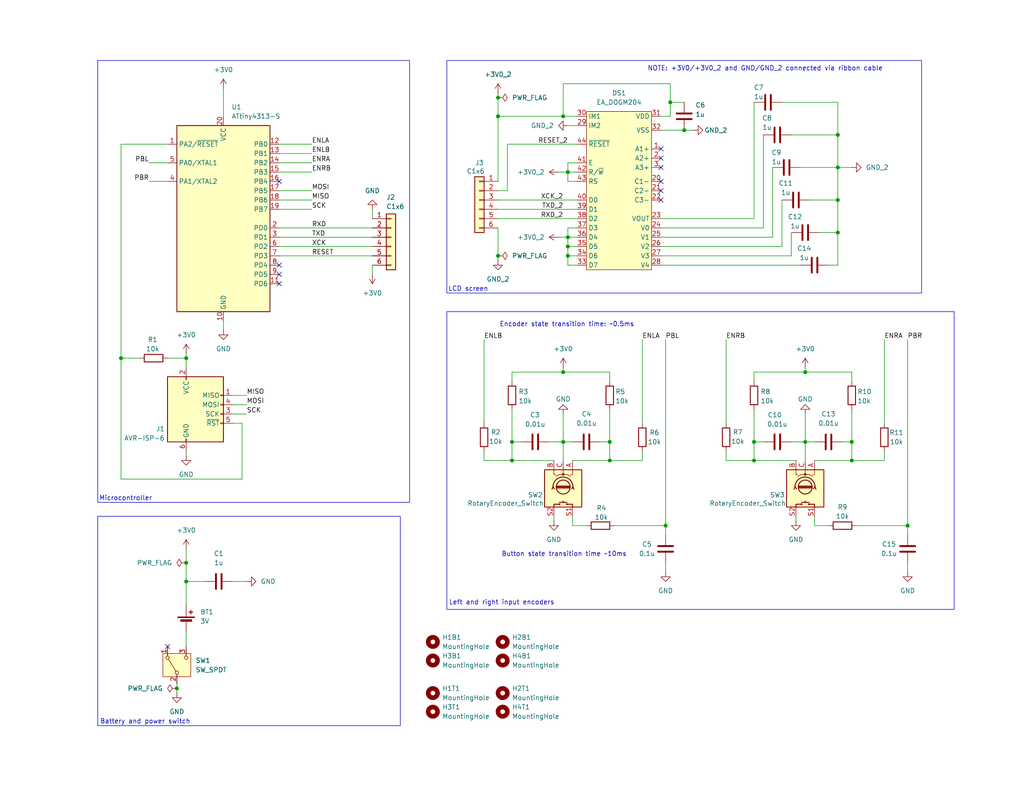
<source format=kicad_sch>
(kicad_sch (version 20231120) (generator "eeschema") (generator_version "8.0")
  (paper "USLetter")
  (title_block (title "TTRPG-9000") (date "2024-05-07") (rev "v1.1") (company "Ghost Wrench, LLC"))
  (lib_symbols
    (symbol "Connector:AVR-ISP-6" (pin_names (offset 1.016))
      (property "Reference" "J" (at -6.35 11.43 0))
      (property "Value" "AVR-ISP-6" (at 0 11.43 0))
      (symbol "AVR-ISP-6_0_1"
        (rectangle (start -2.667 -6.858) (end -2.413 -7.62))
        (rectangle (start -2.667 10.16) (end -2.413 9.398))
        (rectangle (start 7.62 -2.413) (end 6.858 -2.667))
        (rectangle (start 7.62 0.127) (end 6.858 -0.127))
        (rectangle (start 7.62 2.667) (end 6.858 2.413))
        (rectangle (start 7.62 5.207) (end 6.858 4.953))
        (rectangle (start 7.62 10.16) (end -7.62 -7.62) (stroke (width 0.254)) (fill (type background)))
      )
      (symbol "AVR-ISP-6_1_1"
        (pin passive line (at 10.16 5.08 180) (length 2.54) (name "MISO") (number "1"))
        (pin passive line (at -2.54 12.7 270) (length 2.54) (name "VCC") (number "2"))
        (pin passive line (at 10.16 0 180) (length 2.54) (name "SCK") (number "3"))
        (pin passive line (at 10.16 2.54 180) (length 2.54) (name "MOSI") (number "4"))
        (pin passive line (at 10.16 -2.54 180) (length 2.54) (name "~{RST}") (number "5"))
        (pin passive line (at -2.54 -10.16 90) (length 2.54) (name "GND") (number "6"))
      )
    )
    (symbol "Connector_Generic:Conn_01x06" (pin_names (offset 1.016) hide)
      (property "Reference" "J" (at 0 7.62 0))
      (property "Value" "Conn_01x06" (at 0 -10.16 0))
      (symbol "Conn_01x06_1_1"
        (rectangle (start -1.27 -7.493) (end 0 -7.747) (stroke (width 0.1524)))
        (rectangle (start -1.27 -4.953) (end 0 -5.207) (stroke (width 0.1524)))
        (rectangle (start -1.27 -2.413) (end 0 -2.667) (stroke (width 0.1524)))
        (rectangle (start -1.27 0.127) (end 0 -0.127) (stroke (width 0.1524)))
        (rectangle (start -1.27 2.667) (end 0 2.413) (stroke (width 0.1524)))
        (rectangle (start -1.27 5.207) (end 0 4.953) (stroke (width 0.1524)))
        (rectangle (start -1.27 6.35) (end 1.27 -8.89) (stroke (width 0.254)) (fill (type background)))
        (pin passive line (at -5.08 5.08 0) (length 3.81) (name "Pin_1") (number "1"))
        (pin passive line (at -5.08 2.54 0) (length 3.81) (name "Pin_2") (number "2"))
        (pin passive line (at -5.08 0 0) (length 3.81) (name "Pin_3") (number "3"))
        (pin passive line (at -5.08 -2.54 0) (length 3.81) (name "Pin_4") (number "4"))
        (pin passive line (at -5.08 -5.08 0) (length 3.81) (name "Pin_5") (number "5"))
        (pin passive line (at -5.08 -7.62 0) (length 3.81) (name "Pin_6") (number "6"))
      )
    )
    (symbol "Device:Battery_Cell" (pin_numbers hide) (pin_names (offset 0) hide)
      (property "Reference" "BT" (at 2.54 2.54 0))
      (property "Value" "Battery_Cell" (at 2.54 0 0))
      (symbol "Battery_Cell_0_1"
        (rectangle (start -2.286 1.778) (end 2.286 1.524) (fill (type outline)))
        (rectangle (start -1.524 1.016) (end 1.524 0.508) (fill (type outline)))
        (polyline (pts (xy 0 0.762) (xy 0 0)))
        (polyline (pts (xy 0 1.778) (xy 0 2.54)))
        (polyline (pts (xy 0.762 3.048) (xy 1.778 3.048)) (stroke (width 0.254)))
        (polyline (pts (xy 1.27 3.556) (xy 1.27 2.54)) (stroke (width 0.254)))
      )
      (symbol "Battery_Cell_1_1"
        (pin passive line (at 0 5.08 270) (length 2.54) (name "+") (number "1"))
        (pin passive line (at 0 -2.54 90) (length 2.54) (name "-") (number "2"))
      )
    )
    (symbol "Device:C" (pin_numbers hide) (pin_names (offset 0.254))
      (property "Reference" "C" (at 0.635 2.54 0))
      (property "Value" "C" (at 0.635 -2.54 0))
      (symbol "C_0_1"
        (polyline (pts (xy -2.032 -0.762) (xy 2.032 -0.762)) (stroke (width 0.508)))
        (polyline (pts (xy -2.032 0.762) (xy 2.032 0.762)) (stroke (width 0.508)))
      )
      (symbol "C_1_1"
        (pin passive line (at 0 3.81 270) (length 2.794) (name "~") (number "1"))
        (pin passive line (at 0 -3.81 90) (length 2.794) (name "~") (number "2"))
      )
    )
    (symbol "Device:R" (pin_numbers hide) (pin_names (offset 0))
      (property "Reference" "R" (at 2.032 0 90))
      (property "Value" "R" (at 0 0 90))
      (symbol "R_0_1"
        (rectangle (start -1.016 -2.54) (end 1.016 2.54) (stroke (width 0.254)))
      )
      (symbol "R_1_1"
        (pin passive line (at 0 3.81 270) (length 1.27) (name "~") (number "1"))
        (pin passive line (at 0 -3.81 90) (length 1.27) (name "~") (number "2"))
      )
    )
    (symbol "Device:RotaryEncoder_Switch" (pin_names (offset 0.254) hide)
      (property "Reference" "SW" (at 0 6.604 0))
      (property "Value" "RotaryEncoder_Switch" (at 0 -6.604 0))
      (symbol "RotaryEncoder_Switch_0_1"
        (rectangle (start -5.08 5.08) (end 5.08 -5.08) (stroke (width 0.254)) (fill (type background)))
        (circle (center -3.81 0) (radius 0.254) (fill (type outline)))
        (circle (center -0.381 0) (radius 1.905) (stroke (width 0.254)))
        (arc (start -0.381 2.667) (mid -3.0988 -0.0635) (end -0.381 -2.794) (stroke (width 0.254)))
        (polyline (pts (xy -0.635 -1.778) (xy -0.635 1.778)) (stroke (width 0.254)))
        (polyline (pts (xy -0.381 -1.778) (xy -0.381 1.778)) (stroke (width 0.254)))
        (polyline (pts (xy -0.127 1.778) (xy -0.127 -1.778)) (stroke (width 0.254)))
        (polyline (pts (xy 3.81 0) (xy 3.429 0)) (stroke (width 0.254)))
        (polyline (pts (xy 3.81 1.016) (xy 3.81 -1.016)) (stroke (width 0.254)))
        (polyline (pts (xy -5.08 -2.54) (xy -3.81 -2.54) (xy -3.81 -2.032)))
        (polyline (pts (xy -5.08 2.54) (xy -3.81 2.54) (xy -3.81 2.032)))
        (polyline (pts (xy 0.254 -3.048) (xy -0.508 -2.794) (xy 0.127 -2.413)) (stroke (width 0.254)))
        (polyline (pts (xy 0.254 2.921) (xy -0.508 2.667) (xy 0.127 2.286)) (stroke (width 0.254)))
        (polyline (pts (xy 5.08 -2.54) (xy 4.318 -2.54) (xy 4.318 -1.016)) (stroke (width 0.254)))
        (polyline (pts (xy 5.08 2.54) (xy 4.318 2.54) (xy 4.318 1.016)) (stroke (width 0.254)))
        (polyline (pts (xy -5.08 0) (xy -3.81 0) (xy -3.81 -1.016) (xy -3.302 -2.032)))
        (polyline (pts (xy -4.318 0) (xy -3.81 0) (xy -3.81 1.016) (xy -3.302 2.032)))
        (circle (center 4.318 -1.016) (radius 0.127) (stroke (width 0.254)))
        (circle (center 4.318 1.016) (radius 0.127) (stroke (width 0.254)))
      )
      (symbol "RotaryEncoder_Switch_1_1"
        (pin passive line (at -7.62 2.54 0) (length 2.54) (name "A") (number "A"))
        (pin passive line (at -7.62 -2.54 0) (length 2.54) (name "B") (number "B"))
        (pin passive line (at -7.62 0 0) (length 2.54) (name "C") (number "C"))
        (pin passive line (at 7.62 2.54 180) (length 2.54) (name "S1") (number "S1"))
        (pin passive line (at 7.62 -2.54 180) (length 2.54) (name "S2") (number "S2"))
      )
    )
    (symbol "MCU_Microchip_ATtiny:ATtiny4313-S"
      (property "Reference" "U" (at -12.7 26.67 0))
      (property "Value" "ATtiny4313-S" (at 2.54 -26.67 0))
      (symbol "ATtiny4313-S_0_1"
        (rectangle (start -12.7 -25.4) (end 12.7 25.4) (stroke (width 0.254)) (fill (type background)))
      )
      (symbol "ATtiny4313-S_1_1"
        (pin bidirectional line (at -15.24 20.32 0) (length 2.54) (name "PA2/~{RESET}") (number "1"))
        (pin power_in line (at 0 -27.94 90) (length 2.54) (name "GND") (number "10"))
        (pin bidirectional line (at 15.24 -17.78 180) (length 2.54) (name "PD6") (number "11"))
        (pin bidirectional line (at 15.24 20.32 180) (length 2.54) (name "PB0") (number "12"))
        (pin bidirectional line (at 15.24 17.78 180) (length 2.54) (name "PB1") (number "13"))
        (pin bidirectional line (at 15.24 15.24 180) (length 2.54) (name "PB2") (number "14"))
        (pin bidirectional line (at 15.24 12.7 180) (length 2.54) (name "PB3") (number "15"))
        (pin bidirectional line (at 15.24 10.16 180) (length 2.54) (name "PB4") (number "16"))
        (pin bidirectional line (at 15.24 7.62 180) (length 2.54) (name "PB5") (number "17"))
        (pin bidirectional line (at 15.24 5.08 180) (length 2.54) (name "PB6") (number "18"))
        (pin bidirectional line (at 15.24 2.54 180) (length 2.54) (name "PB7") (number "19"))
        (pin bidirectional line (at 15.24 -2.54 180) (length 2.54) (name "PD0") (number "2"))
        (pin power_in line (at 0 27.94 270) (length 2.54) (name "VCC") (number "20"))
        (pin bidirectional line (at 15.24 -5.08 180) (length 2.54) (name "PD1") (number "3"))
        (pin bidirectional line (at -15.24 10.16 0) (length 2.54) (name "PA1/XTAL2") (number "4"))
        (pin bidirectional line (at -15.24 15.24 0) (length 2.54) (name "PA0/XTAL1") (number "5"))
        (pin bidirectional line (at 15.24 -7.62 180) (length 2.54) (name "PD2") (number "6"))
        (pin bidirectional line (at 15.24 -10.16 180) (length 2.54) (name "PD3") (number "7"))
        (pin bidirectional line (at 15.24 -12.7 180) (length 2.54) (name "PD4") (number "8"))
        (pin bidirectional line (at 15.24 -15.24 180) (length 2.54) (name "PD5") (number "9"))
      )
    )
    (symbol "Mechanical:MountingHole" (pin_names (offset 1.016)) (exclude_from_sim yes) (in_bom no)
      (property "Reference" "H" (at 0 5.08 0))
      (property "Value" "MountingHole" (at 0 3.175 0))
      (symbol "MountingHole_0_1"
        (circle (center 0 0) (radius 1.27) (stroke (width 1.27)))
      )
    )
    (symbol "Project:EA_DOGM204"
      (property "Reference" "DS" (at 0 24.892 0))
      (property "Value" "EA_DOGM204" (at 0.254 23.114 0))
      (symbol "EA_DOGM204_1_1"
        (rectangle (start -8.89 21.59) (end 8.89 -21.59) (fill (type background)))
        (pin passive line (at 11.43 11.43 180) (length 2.54) (name "A1+") (number "1"))
        (pin passive line (at 11.43 8.89 180) (length 2.54) (name "A2+") (number "2"))
        (pin passive line (at 11.43 2.54 180) (length 2.54) (name "C1-") (number "20"))
        (pin passive line (at 11.43 0 180) (length 2.54) (name "C2-") (number "21"))
        (pin passive line (at 11.43 -2.54 180) (length 2.54) (name "C3-") (number "22"))
        (pin passive line (at 11.43 -7.62 180) (length 2.54) (name "VOUT") (number "23"))
        (pin passive line (at 11.43 -10.16 180) (length 2.54) (name "V0") (number "24"))
        (pin passive line (at 11.43 -12.7 180) (length 2.54) (name "V1") (number "25"))
        (pin passive line (at 11.43 -15.24 180) (length 2.54) (name "V2") (number "26"))
        (pin passive line (at 11.43 -17.78 180) (length 2.54) (name "V3") (number "27"))
        (pin passive line (at 11.43 -20.32 180) (length 2.54) (name "V4") (number "28"))
        (pin input line (at -11.43 17.78 0) (length 2.54) (name "IM2") (number "29"))
        (pin passive line (at 11.43 6.35 180) (length 2.54) (name "A3+") (number "3"))
        (pin input line (at -11.43 20.32 0) (length 2.54) (name "IM1") (number "30"))
        (pin power_in line (at 11.43 20.32 180) (length 2.54) (name "VDD") (number "31"))
        (pin power_in line (at 11.43 16.51 180) (length 2.54) (name "VSS") (number "32"))
        (pin input line (at -11.43 -20.32 0) (length 2.54) (name "D7") (number "33"))
        (pin input line (at -11.43 -17.78 0) (length 2.54) (name "D6") (number "34"))
        (pin input line (at -11.43 -15.24 0) (length 2.54) (name "D5") (number "35"))
        (pin input line (at -11.43 -12.7 0) (length 2.54) (name "D4") (number "36"))
        (pin input line (at -11.43 -10.16 0) (length 2.54) (name "D3") (number "37"))
        (pin input line (at -11.43 -7.62 0) (length 2.54) (name "D2") (number "38"))
        (pin input line (at -11.43 -5.08 0) (length 2.54) (name "D1") (number "39"))
        (pin input line (at -11.43 -2.54 0) (length 2.54) (name "D0") (number "40"))
        (pin input line (at -11.43 7.62 0) (length 2.54) (name "E") (number "41"))
        (pin input line (at -11.43 5.08 0) (length 2.54) (name "R/~{W}") (number "42"))
        (pin input line (at -11.43 2.54 0) (length 2.54) (name "RS") (number "43"))
        (pin input line (at -11.43 12.7 0) (length 2.54) (name "~{RESET}") (number "44"))
      )
    )
    (symbol "Switch:SW_SPDT" (pin_names (offset 0) hide)
      (property "Reference" "SW" (at 0 5.08 0))
      (property "Value" "SW_SPDT" (at 0 -5.08 0))
      (symbol "SW_SPDT_0_1"
        (circle (center -2.032 0) (radius 0.4572))
        (polyline (pts (xy -1.651 0.254) (xy 1.651 2.286)))
        (circle (center 2.032 -2.54) (radius 0.4572))
        (circle (center 2.032 2.54) (radius 0.4572))
      )
      (symbol "SW_SPDT_1_1"
        (rectangle (start -3.175 3.81) (end 3.175 -3.81) (fill (type background)))
        (pin passive line (at 5.08 2.54 180) (length 2.54) (name "A") (number "1"))
        (pin passive line (at -5.08 0 0) (length 2.54) (name "B") (number "2"))
        (pin passive line (at 5.08 -2.54 180) (length 2.54) (name "C") (number "3"))
      )
    )
    (symbol "power:+3V0" (power) (pin_numbers hide) (pin_names (offset 0) hide)
      (property "Value" "+3V0" (at 0 3.556 0))
      (symbol "+3V0_0_1"
        (polyline (pts (xy -0.762 1.27) (xy 0 2.54)))
        (polyline (pts (xy 0 0) (xy 0 2.54)))
        (polyline (pts (xy 0 2.54) (xy 0.762 1.27)))
      )
      (symbol "+3V0_1_1"
        (pin power_in line (at 0 0 90) (length 0) (name "~") (number "1"))
      )
    )
    (symbol "power:GND" (power) (pin_numbers hide) (pin_names (offset 0) hide)
      (property "Value" "GND" (at 0 -3.81 0))
      (symbol "GND_0_1"
        (polyline (pts (xy 0 0) (xy 0 -1.27) (xy 1.27 -1.27) (xy 0 -2.54) (xy -1.27 -1.27) (xy 0 -1.27)))
      )
      (symbol "GND_1_1"
        (pin power_in line (at 0 0 270) (length 0) (name "~") (number "1"))
      )
    )
    (symbol "power:GND2" (power) (pin_numbers hide) (pin_names (offset 0) hide)
      (property "Value" "GND2" (at 0 -3.81 0))
      (symbol "GND2_0_1"
        (polyline (pts (xy 0 0) (xy 0 -1.27) (xy 1.27 -1.27) (xy 0 -2.54) (xy -1.27 -1.27) (xy 0 -1.27)))
      )
      (symbol "GND2_1_1"
        (pin power_in line (at 0 0 270) (length 0) (name "~") (number "1"))
      )
    )
    (symbol "power:PWR_FLAG" (power) (pin_numbers hide) (pin_names (offset 0) hide)
      (property "Value" "PWR_FLAG" (at 0 3.81 0))
      (symbol "PWR_FLAG_0_0"
        (pin power_out line (at 0 0 90) (length 0) (name "~") (number "1"))
      )
      (symbol "PWR_FLAG_0_1"
        (polyline (pts (xy 0 0) (xy 0 1.27) (xy -1.016 1.905) (xy 0 2.54) (xy 1.016 1.905) (xy 0 1.27)))
      )
    )
  )
  (junction (at 166.37 120.65))
  (junction (at 219.71 101.6))
  (junction (at 154.94 69.85))
  (junction (at 219.71 120.65))
  (junction (at 166.37 125.73))
  (junction (at 182.88 27.94))
  (junction (at 135.89 31.75))
  (junction (at 50.8 97.79))
  (junction (at 135.89 26.67))
  (junction (at 232.41 120.65))
  (junction (at 50.8 153.67))
  (junction (at 205.74 125.73))
  (junction (at 154.94 64.77))
  (junction (at 135.89 69.85))
  (junction (at 154.94 67.31))
  (junction (at 228.6 63.5))
  (junction (at 247.65 143.51))
  (junction (at 153.67 120.65))
  (junction (at 228.6 45.72))
  (junction (at 50.8 158.75))
  (junction (at 33.02 97.79))
  (junction (at 232.41 125.73))
  (junction (at 228.6 36.83))
  (junction (at 153.67 31.75))
  (junction (at 186.69 35.56))
  (junction (at 205.74 120.65))
  (junction (at 139.7 120.65))
  (junction (at 154.94 46.99))
  (junction (at 181.61 143.51))
  (junction (at 139.7 125.73))
  (junction (at 153.67 101.6))
  (junction (at 228.6 54.61))
  (junction (at 48.26 187.96))
  (no_connect (at 76.2 77.47))
  (no_connect (at 76.2 49.53))
  (no_connect (at 180.34 54.61))
  (no_connect (at 180.34 45.72))
  (no_connect (at 76.2 72.39))
  (no_connect (at 180.34 40.64))
  (no_connect (at 180.34 52.07))
  (no_connect (at 45.72 176.53))
  (no_connect (at 180.34 49.53))
  (no_connect (at 180.34 43.18))
  (no_connect (at 76.2 74.93))
  (wire (pts (xy 219.71 120.65) (xy 219.71 125.73)))
  (wire (pts (xy 222.25 143.51) (xy 226.06 143.51)))
  (wire (pts (xy 208.28 62.23) (xy 208.28 36.83)))
  (wire (pts (xy 153.67 120.65) (xy 153.67 125.73)))
  (wire (pts (xy 154.94 44.45) (xy 154.94 46.99)))
  (wire (pts (xy 139.7 125.73) (xy 151.13 125.73)))
  (wire (pts (xy 180.34 31.75) (xy 182.88 31.75)))
  (wire (pts (xy 247.65 153.67) (xy 247.65 156.21)))
  (wire (pts (xy 149.86 120.65) (xy 153.67 120.65)))
  (wire (pts (xy 135.89 62.23) (xy 135.89 69.85)))
  (wire (pts (xy 157.48 64.77) (xy 154.94 64.77)))
  (wire (pts (xy 219.71 120.65) (xy 222.25 120.65)))
  (wire (pts (xy 132.08 125.73) (xy 139.7 125.73)))
  (wire (pts (xy 66.04 115.57) (xy 66.04 130.81)))
  (wire (pts (xy 157.48 67.31) (xy 154.94 67.31)))
  (wire (pts (xy 135.89 52.07) (xy 138.43 52.07)))
  (wire (pts (xy 154.94 46.99) (xy 154.94 49.53)))
  (wire (pts (xy 213.36 67.31) (xy 213.36 54.61)))
  (wire (pts (xy 154.94 67.31) (xy 154.94 69.85)))
  (wire (pts (xy 205.74 120.65) (xy 205.74 125.73)))
  (wire (pts (xy 228.6 45.72) (xy 228.6 54.61)))
  (wire (pts (xy 219.71 113.03) (xy 219.71 120.65)))
  (wire (pts (xy 181.61 153.67) (xy 181.61 156.21)))
  (wire (pts (xy 182.88 27.94) (xy 186.69 27.94)))
  (wire (pts (xy 228.6 27.94) (xy 228.6 36.83)))
  (wire (pts (xy 180.34 67.31) (xy 213.36 67.31)))
  (wire (pts (xy 153.67 22.86) (xy 182.88 22.86)))
  (wire (pts (xy 166.37 120.65) (xy 166.37 125.73)))
  (wire (pts (xy 76.2 64.77) (xy 101.6 64.77)))
  (wire (pts (xy 48.26 186.69) (xy 48.26 187.96)))
  (wire (pts (xy 50.8 158.75) (xy 55.88 158.75)))
  (wire (pts (xy 135.89 69.85) (xy 135.89 71.12)))
  (wire (pts (xy 67.31 113.03) (xy 63.5 113.03)))
  (wire (pts (xy 166.37 101.6) (xy 166.37 104.14)))
  (wire (pts (xy 76.2 69.85) (xy 101.6 69.85)))
  (wire (pts (xy 50.8 172.72) (xy 50.8 176.53)))
  (wire (pts (xy 139.7 104.14) (xy 139.7 101.6)))
  (wire (pts (xy 76.2 41.91) (xy 85.09 41.91)))
  (wire (pts (xy 181.61 143.51) (xy 181.61 146.05)))
  (wire (pts (xy 63.5 107.95) (xy 67.31 107.95)))
  (wire (pts (xy 40.64 49.53) (xy 45.72 49.53)))
  (wire (pts (xy 76.2 67.31) (xy 101.6 67.31)))
  (wire (pts (xy 226.06 72.39) (xy 228.6 72.39)))
  (wire (pts (xy 219.71 101.6) (xy 232.41 101.6)))
  (wire (pts (xy 189.23 35.56) (xy 186.69 35.56)))
  (wire (pts (xy 180.34 35.56) (xy 186.69 35.56)))
  (wire (pts (xy 157.48 44.45) (xy 154.94 44.45)))
  (wire (pts (xy 228.6 36.83) (xy 228.6 45.72)))
  (wire (pts (xy 66.04 115.57) (xy 63.5 115.57)))
  (wire (pts (xy 151.13 142.24) (xy 151.13 140.97)))
  (wire (pts (xy 205.74 104.14) (xy 205.74 101.6)))
  (wire (pts (xy 198.12 123.19) (xy 198.12 125.73)))
  (wire (pts (xy 229.87 120.65) (xy 232.41 120.65)))
  (wire (pts (xy 198.12 125.73) (xy 205.74 125.73)))
  (wire (pts (xy 76.2 52.07) (xy 85.09 52.07)))
  (wire (pts (xy 63.5 110.49) (xy 67.31 110.49)))
  (wire (pts (xy 101.6 72.39) (xy 101.6 74.93)))
  (wire (pts (xy 154.94 64.77) (xy 154.94 67.31)))
  (wire (pts (xy 135.89 57.15) (xy 157.48 57.15)))
  (wire (pts (xy 135.89 31.75) (xy 135.89 49.53)))
  (wire (pts (xy 153.67 100.33) (xy 153.67 101.6)))
  (wire (pts (xy 233.68 143.51) (xy 247.65 143.51)))
  (wire (pts (xy 228.6 72.39) (xy 228.6 63.5)))
  (wire (pts (xy 153.67 101.6) (xy 166.37 101.6)))
  (wire (pts (xy 50.8 153.67) (xy 50.8 158.75)))
  (wire (pts (xy 218.44 45.72) (xy 228.6 45.72)))
  (wire (pts (xy 198.12 92.71) (xy 198.12 115.57)))
  (wire (pts (xy 205.74 59.69) (xy 180.34 59.69)))
  (wire (pts (xy 156.21 143.51) (xy 160.02 143.51)))
  (wire (pts (xy 135.89 54.61) (xy 157.48 54.61)))
  (wire (pts (xy 232.41 111.76) (xy 232.41 120.65)))
  (wire (pts (xy 166.37 111.76) (xy 166.37 120.65)))
  (wire (pts (xy 247.65 143.51) (xy 247.65 146.05)))
  (wire (pts (xy 228.6 45.72) (xy 232.41 45.72)))
  (wire (pts (xy 205.74 101.6) (xy 219.71 101.6)))
  (wire (pts (xy 152.4 46.99) (xy 154.94 46.99)))
  (wire (pts (xy 222.25 125.73) (xy 232.41 125.73)))
  (wire (pts (xy 135.89 26.67) (xy 135.89 31.75)))
  (wire (pts (xy 157.48 69.85) (xy 154.94 69.85)))
  (wire (pts (xy 153.67 31.75) (xy 157.48 31.75)))
  (wire (pts (xy 139.7 120.65) (xy 142.24 120.65)))
  (wire (pts (xy 205.74 120.65) (xy 208.28 120.65)))
  (wire (pts (xy 138.43 52.07) (xy 138.43 39.37)))
  (wire (pts (xy 219.71 100.33) (xy 219.71 101.6)))
  (wire (pts (xy 48.26 187.96) (xy 48.26 189.23)))
  (wire (pts (xy 66.04 130.81) (xy 33.02 130.81)))
  (wire (pts (xy 156.21 125.73) (xy 166.37 125.73)))
  (wire (pts (xy 50.8 97.79) (xy 50.8 100.33)))
  (wire (pts (xy 40.64 44.45) (xy 45.72 44.45)))
  (wire (pts (xy 223.52 63.5) (xy 228.6 63.5)))
  (wire (pts (xy 210.82 64.77) (xy 210.82 45.72)))
  (wire (pts (xy 241.3 123.19) (xy 241.3 125.73)))
  (wire (pts (xy 180.34 72.39) (xy 218.44 72.39)))
  (wire (pts (xy 50.8 123.19) (xy 50.8 124.46)))
  (wire (pts (xy 76.2 54.61) (xy 85.09 54.61)))
  (wire (pts (xy 180.34 62.23) (xy 208.28 62.23)))
  (wire (pts (xy 60.96 87.63) (xy 60.96 90.17)))
  (wire (pts (xy 205.74 111.76) (xy 205.74 120.65)))
  (wire (pts (xy 45.72 97.79) (xy 50.8 97.79)))
  (wire (pts (xy 60.96 24.13) (xy 60.96 31.75)))
  (wire (pts (xy 213.36 27.94) (xy 228.6 27.94)))
  (wire (pts (xy 167.64 143.51) (xy 181.61 143.51)))
  (wire (pts (xy 76.2 57.15) (xy 85.09 57.15)))
  (wire (pts (xy 132.08 123.19) (xy 132.08 125.73)))
  (wire (pts (xy 38.1 97.79) (xy 33.02 97.79)))
  (wire (pts (xy 153.67 120.65) (xy 156.21 120.65)))
  (wire (pts (xy 63.5 158.75) (xy 67.31 158.75)))
  (wire (pts (xy 138.43 39.37) (xy 157.48 39.37)))
  (wire (pts (xy 232.41 120.65) (xy 232.41 125.73)))
  (wire (pts (xy 241.3 92.71) (xy 241.3 115.57)))
  (wire (pts (xy 156.21 140.97) (xy 156.21 143.51)))
  (wire (pts (xy 222.25 140.97) (xy 222.25 143.51)))
  (wire (pts (xy 33.02 130.81) (xy 33.02 97.79)))
  (wire (pts (xy 217.17 142.24) (xy 217.17 140.97)))
  (wire (pts (xy 50.8 149.86) (xy 50.8 153.67)))
  (wire (pts (xy 180.34 64.77) (xy 210.82 64.77)))
  (wire (pts (xy 154.94 34.29) (xy 157.48 34.29)))
  (wire (pts (xy 135.89 59.69) (xy 157.48 59.69)))
  (wire (pts (xy 175.26 123.19) (xy 175.26 125.73)))
  (wire (pts (xy 205.74 125.73) (xy 217.17 125.73)))
  (wire (pts (xy 50.8 158.75) (xy 50.8 165.1)))
  (wire (pts (xy 153.67 113.03) (xy 153.67 120.65)))
  (wire (pts (xy 33.02 39.37) (xy 45.72 39.37)))
  (wire (pts (xy 157.48 72.39) (xy 154.94 72.39)))
  (wire (pts (xy 153.67 31.75) (xy 153.67 22.86)))
  (wire (pts (xy 152.4 64.77) (xy 154.94 64.77)))
  (wire (pts (xy 33.02 97.79) (xy 33.02 39.37)))
  (wire (pts (xy 139.7 120.65) (xy 139.7 125.73)))
  (wire (pts (xy 154.94 62.23) (xy 154.94 64.77)))
  (wire (pts (xy 182.88 31.75) (xy 182.88 27.94)))
  (wire (pts (xy 157.48 62.23) (xy 154.94 62.23)))
  (wire (pts (xy 101.6 57.15) (xy 101.6 59.69)))
  (wire (pts (xy 247.65 92.71) (xy 247.65 143.51)))
  (wire (pts (xy 135.89 25.4) (xy 135.89 26.67)))
  (wire (pts (xy 76.2 44.45) (xy 85.09 44.45)))
  (wire (pts (xy 205.74 27.94) (xy 205.74 59.69)))
  (wire (pts (xy 139.7 111.76) (xy 139.7 120.65)))
  (wire (pts (xy 132.08 92.71) (xy 132.08 115.57)))
  (wire (pts (xy 50.8 96.52) (xy 50.8 97.79)))
  (wire (pts (xy 135.89 31.75) (xy 153.67 31.75)))
  (wire (pts (xy 175.26 125.73) (xy 166.37 125.73)))
  (wire (pts (xy 76.2 62.23) (xy 101.6 62.23)))
  (wire (pts (xy 182.88 22.86) (xy 182.88 27.94)))
  (wire (pts (xy 175.26 92.71) (xy 175.26 115.57)))
  (wire (pts (xy 180.34 69.85) (xy 215.9 69.85)))
  (wire (pts (xy 181.61 92.71) (xy 181.61 143.51)))
  (wire (pts (xy 139.7 101.6) (xy 153.67 101.6)))
  (wire (pts (xy 220.98 54.61) (xy 228.6 54.61)))
  (wire (pts (xy 76.2 39.37) (xy 85.09 39.37)))
  (wire (pts (xy 215.9 69.85) (xy 215.9 63.5)))
  (wire (pts (xy 215.9 36.83) (xy 228.6 36.83)))
  (wire (pts (xy 76.2 46.99) (xy 85.09 46.99)))
  (wire (pts (xy 232.41 101.6) (xy 232.41 104.14)))
  (wire (pts (xy 154.94 69.85) (xy 154.94 72.39)))
  (wire (pts (xy 163.83 120.65) (xy 166.37 120.65)))
  (wire (pts (xy 215.9 120.65) (xy 219.71 120.65)))
  (wire (pts (xy 154.94 49.53) (xy 157.48 49.53)))
  (wire (pts (xy 241.3 125.73) (xy 232.41 125.73)))
  (wire (pts (xy 228.6 63.5) (xy 228.6 54.61)))
  (wire (pts (xy 154.94 46.99) (xy 157.48 46.99)))
  (rectangle (start 121.92 16.51) (end 251.46 80.01))
  (rectangle (start 26.67 16.51) (end 111.76 137.16))
  (rectangle (start 121.92 85.09) (end 260.35 166.37))
  (rectangle (start 26.67 140.97) (end 109.22 198.12))
  (text "Left and right input encoders" (at 136.906 164.592 0) (effects (font (size 1.27 1.27))))
  (text "Microcontroller" (at 34.29 136.144 0) (effects (font (size 1.27 1.27))))
  (text "NOTE: +3V0/+3V0_2 and GND/GND_2 connected via ribbon cable" (at 208.788 18.796 0) (effects (font (size 1.27 1.27))))
  (text "Battery and power switch" (at 39.624 197.104 0) (effects (font (size 1.27 1.27))))
  (text "LCD screen" (at 127.762 78.994 0) (effects (font (size 1.27 1.27))))
  (text "Encoder state transition time: ~0.5ms" (at 154.686 88.646 0) (effects (font (size 1.27 1.27))))
  (text "Button state transition time ~10ms" (at 153.924 151.384 0) (effects (font (size 1.27 1.27))))
  (label "ENLB" (at 132.08 92.71 0))
  (label "ENLA" (at 85.09 39.37 0))
  (label "PBR" (at 40.64 49.53 180))
  (label "MISO" (at 67.31 107.95 0))
  (label "RXD" (at 85.09 62.23 0))
  (label "MOSI" (at 67.31 110.49 0))
  (label "ENLB" (at 85.09 41.91 0))
  (label "PBR" (at 247.65 92.71 0))
  (label "ENRB" (at 85.09 46.99 0))
  (label "PBL" (at 40.64 44.45 180))
  (label "RESET" (at 85.09 69.85 0))
  (label "TXD_2" (at 153.67 57.15 180))
  (label "ENRA" (at 85.09 44.45 0))
  (label "SCK" (at 85.09 57.15 0))
  (label "RESET_2" (at 154.94 39.37 180))
  (label "ENLA" (at 175.26 92.71 0))
  (label "XCK" (at 85.09 67.31 0))
  (label "SCK" (at 67.31 113.03 0))
  (label "XCK_2" (at 153.67 54.61 180))
  (label "ENRB" (at 198.12 92.71 0))
  (label "MISO" (at 85.09 54.61 0))
  (label "PBL" (at 181.61 92.71 0))
  (label "ENRA" (at 241.3 92.71 0))
  (label "MOSI" (at 85.09 52.07 0))
  (label "RXD_2" (at 153.67 59.69 180))
  (label "TXD" (at 85.09 64.77 0))
  (symbol (lib_id "power:GND") (at 153.67 113.03 180) (unit 1)
    (property "Reference" "#PWR017" (effects (hide yes)))
    (property "Value" "GND" (at 153.67 108.966 0))
    (property "Description" "Power symbol creates a global label with name \"GND\" , ground" (effects (hide yes)))
  )
  (symbol (lib_id "power:+3V0") (at 101.6 74.93 180) (unit 1)
    (property "Reference" "#PWR09" (effects (hide yes)))
    (property "Value" "+3V0" (at 101.6 80.01 0))
    (property "Description" "Power symbol creates a global label with name \"+3V0\"" (effects (hide yes)))
  )
  (symbol (lib_id "power:GND") (at 232.41 45.72 90) (unit 1)
    (property "Reference" "#PWR016" (effects (hide yes)))
    (property "Value" "GND_2" (at 236.22 45.7199 90) (effects (justify right)))
    (property "Description" "Power symbol creates a global label with name \"GND\" , ground" (effects (hide yes)))
  )
  (symbol (lib_id "Device:RotaryEncoder_Switch") (at 219.71 133.35 270) (unit 1)
    (property "Reference" "SW3" (at 210.058 135.128 90) (effects (justify left)))
    (property "Value" "RotaryEncoder_Switch" (at 193.548 137.414 90) (effects (justify left)))
    (property "Footprint" "Project:PEC12R-4xxxF-Nxxxx" (effects (hide yes)))
    (property "Description" "Rotary encoder, dual channel, incremental quadrate outputs, with switch" (effects (hide yes)))
  )
  (symbol (lib_id "Device:R") (at 139.7 107.95 180) (unit 1)
    (property "Reference" "R3" (at 141.478 106.934 0) (effects (justify right)))
    (property "Value" "10k" (at 141.478 109.474 0) (effects (justify right)))
    (property "Footprint" "Resistor_SMD:R_0805_2012Metric_Pad1.20x1.40mm_HandSolder" (effects (hide yes)))
    (property "Description" "Resistor" (effects (hide yes)))
  )
  (symbol (lib_id "Device:R") (at 175.26 119.38 180) (unit 1)
    (property "Reference" "R6" (at 178.562 118.11 0))
    (property "Value" "10k" (at 178.562 120.65 0))
    (property "Footprint" "Resistor_SMD:R_0805_2012Metric_Pad1.20x1.40mm_HandSolder" (effects (hide yes)))
    (property "Description" "Resistor" (effects (hide yes)))
  )
  (symbol (lib_id "power:+3V0") (at 60.96 24.13 0) (unit 1)
    (property "Reference" "#PWR06" (effects (hide yes)))
    (property "Value" "+3V0" (at 60.96 19.05 0))
    (property "Description" "Power symbol creates a global label with name \"+3V0\"" (effects (hide yes)))
  )
  (symbol (lib_id "power:PWR_FLAG") (at 48.26 187.96 90) (unit 1)
    (property "Reference" "#FLG02" (effects (hide yes)))
    (property "Value" "PWR_FLAG" (at 44.45 187.9599 90) (effects (justify left)))
    (property "Description" "Special symbol for telling ERC where power comes from" (effects (hide yes)))
  )
  (symbol (lib_id "Mechanical:MountingHole") (at 118.11 194.31 0) (unit 1) (exclude_from_sim yes) (in_bom no)
    (property "Reference" "H3T1" (at 120.65 193.0399 0) (effects (justify left)))
    (property "Value" "MountingHole" (at 120.65 195.5799 0) (effects (justify left)))
    (property "Footprint" "MountingHole:MountingHole_3.2mm_M3_DIN965_Pad_TopBottom" (effects (hide yes)))
    (property "Description" "Mounting Hole without connection" (effects (hide yes)))
  )
  (symbol (lib_id "Mechanical:MountingHole") (at 137.16 180.34 0) (unit 1) (exclude_from_sim yes) (in_bom no)
    (property "Reference" "H4B1" (at 139.7 179.0699 0) (effects (justify left)))
    (property "Value" "MountingHole" (at 139.7 181.6099 0) (effects (justify left)))
    (property "Footprint" "MountingHole:MountingHole_3.2mm_M3_DIN965_Pad_TopBottom" (effects (hide yes)))
    (property "Description" "Mounting Hole without connection" (effects (hide yes)))
  )
  (symbol (lib_id "Device:R") (at 205.74 107.95 180) (unit 1)
    (property "Reference" "R8" (at 207.518 106.934 0) (effects (justify right)))
    (property "Value" "10k" (at 207.518 109.474 0) (effects (justify right)))
    (property "Footprint" "Resistor_SMD:R_0805_2012Metric_Pad1.20x1.40mm_HandSolder" (effects (hide yes)))
    (property "Description" "Resistor" (effects (hide yes)))
  )
  (symbol (lib_id "Device:C") (at 222.25 72.39 90) (unit 1)
    (property "Reference" "C14" (at 219.456 67.818 90))
    (property "Value" "1u" (at 219.456 70.358 90))
    (property "Footprint" "Resistor_SMD:R_1206_3216Metric_Pad1.30x1.75mm_HandSolder" (effects (hide yes)))
    (property "Description" "Unpolarized capacitor" (effects (hide yes)))
  )
  (symbol (lib_id "Mechanical:MountingHole") (at 118.11 175.26 0) (unit 1) (exclude_from_sim yes) (in_bom no)
    (property "Reference" "H1B1" (at 120.65 173.9899 0) (effects (justify left)))
    (property "Value" "MountingHole" (at 120.65 176.5299 0) (effects (justify left)))
    (property "Footprint" "MountingHole:MountingHole_3.2mm_M3_DIN965_Pad_TopBottom" (effects (hide yes)))
    (property "Description" "Mounting Hole without connection" (effects (hide yes)))
  )
  (symbol (lib_id "Device:C") (at 217.17 54.61 90) (unit 1)
    (property "Reference" "C11" (at 214.376 50.038 90))
    (property "Value" "1u" (at 214.376 52.578 90))
    (property "Footprint" "Resistor_SMD:R_1206_3216Metric_Pad1.30x1.75mm_HandSolder" (effects (hide yes)))
    (property "Description" "Unpolarized capacitor" (effects (hide yes)))
  )
  (symbol (lib_id "Device:C") (at 146.05 120.65 90) (unit 1)
    (property "Reference" "C3" (at 147.32 113.284 90) (effects (justify left)))
    (property "Value" "0.01u" (at 148.844 115.824 90) (effects (justify left)))
    (property "Footprint" "Resistor_SMD:R_1206_3216Metric_Pad1.30x1.75mm_HandSolder" (effects (hide yes)))
    (property "Description" "Unpolarized capacitor" (effects (hide yes)))
  )
  (symbol (lib_id "Device:C") (at 209.55 27.94 90) (unit 1)
    (property "Reference" "C7" (at 207.01 23.876 90))
    (property "Value" "1u" (at 207.01 26.416 90))
    (property "Footprint" "Resistor_SMD:R_1206_3216Metric_Pad1.30x1.75mm_HandSolder" (effects (hide yes)))
    (property "Description" "Unpolarized capacitor" (effects (hide yes)))
  )
  (symbol (lib_id "power:+3V0") (at 152.4 64.77 90) (unit 1)
    (property "Reference" "#PWR015" (effects (hide yes)))
    (property "Value" "+3V0_2" (at 148.59 64.7699 90) (effects (justify left)))
    (property "Description" "Power symbol creates a global label with name \"+3V0\"" (effects (hide yes)))
  )
  (symbol (lib_id "Mechanical:MountingHole") (at 137.16 194.31 0) (unit 1) (exclude_from_sim yes) (in_bom no)
    (property "Reference" "H4T1" (at 139.7 193.0399 0) (effects (justify left)))
    (property "Value" "MountingHole" (at 139.7 195.5799 0) (effects (justify left)))
    (property "Footprint" "MountingHole:MountingHole_3.2mm_M3_DIN965_Pad_TopBottom" (effects (hide yes)))
    (property "Description" "Mounting Hole without connection" (effects (hide yes)))
  )
  (symbol (lib_id "power:GND") (at 219.71 113.03 180) (unit 1)
    (property "Reference" "#PWR025" (effects (hide yes)))
    (property "Value" "GND" (at 219.71 108.966 0))
    (property "Description" "Power symbol creates a global label with name \"GND\" , ground" (effects (hide yes)))
  )
  (symbol (lib_id "Mechanical:MountingHole") (at 137.16 175.26 0) (unit 1) (exclude_from_sim yes) (in_bom no)
    (property "Reference" "H2B1" (at 139.7 173.9899 0) (effects (justify left)))
    (property "Value" "MountingHole" (at 139.7 176.5299 0) (effects (justify left)))
    (property "Footprint" "MountingHole:MountingHole_3.2mm_M3_DIN965_Pad_TopBottom" (effects (hide yes)))
    (property "Description" "Mounting Hole without connection" (effects (hide yes)))
  )
  (symbol (lib_id "Device:C") (at 247.65 149.86 0) (unit 1)
    (property "Reference" "C15" (at 242.57 148.59 0))
    (property "Value" "0.1u" (at 242.57 151.13 0))
    (property "Footprint" "Resistor_SMD:R_1206_3216Metric_Pad1.30x1.75mm_HandSolder" (effects (hide yes)))
    (property "Description" "Unpolarized capacitor" (effects (hide yes)))
  )
  (symbol (lib_id "Mechanical:MountingHole") (at 137.16 189.23 0) (unit 1) (exclude_from_sim yes) (in_bom no)
    (property "Reference" "H2T1" (at 139.7 187.9599 0) (effects (justify left)))
    (property "Value" "MountingHole" (at 139.7 190.4999 0) (effects (justify left)))
    (property "Footprint" "MountingHole:MountingHole_3.2mm_M3_DIN965_Pad_TopBottom" (effects (hide yes)))
    (property "Description" "Mounting Hole without connection" (effects (hide yes)))
  )
  (symbol (lib_id "Switch:SW_SPDT") (at 48.26 181.61 90) (unit 1)
    (property "Reference" "SW1" (at 53.34 180.3399 90) (effects (justify right)))
    (property "Value" "SW_SPDT" (at 53.34 182.8799 90) (effects (justify right)))
    (property "Footprint" "Project:OS102011MA1Q" (effects (hide yes)))
    (property "Description" "Switch, single pole double throw" (effects (hide yes)))
  )
  (symbol (lib_id "power:GND") (at 151.13 142.24 0) (unit 1)
    (property "Reference" "#PWR013" (effects (hide yes)))
    (property "Value" "GND" (at 151.13 147.32 0))
    (property "Description" "Power symbol creates a global label with name \"GND\" , ground" (effects (hide yes)))
  )
  (symbol (lib_id "power:GND") (at 217.17 142.24 0) (unit 1)
    (property "Reference" "#PWR023" (effects (hide yes)))
    (property "Value" "GND" (at 217.17 147.32 0))
    (property "Description" "Power symbol creates a global label with name \"GND\" , ground" (effects (hide yes)))
  )
  (symbol (lib_id "Device:R") (at 232.41 107.95 0) (unit 1)
    (property "Reference" "R10" (at 233.934 106.934 0) (effects (justify left)))
    (property "Value" "10k" (at 233.934 109.474 0) (effects (justify left)))
    (property "Footprint" "Resistor_SMD:R_0805_2012Metric_Pad1.20x1.40mm_HandSolder" (effects (hide yes)))
    (property "Description" "Resistor" (effects (hide yes)))
  )
  (symbol (lib_id "power:+3V0") (at 153.67 100.33 0) (unit 1)
    (property "Reference" "#PWR010" (effects (hide yes)))
    (property "Value" "+3V0" (at 153.67 95.25 0))
    (property "Description" "Power symbol creates a global label with name \"+3V0\"" (effects (hide yes)))
  )
  (symbol (lib_id "power:+3V0") (at 152.4 46.99 90) (unit 1)
    (property "Reference" "#PWR014" (effects (hide yes)))
    (property "Value" "+3V0_2" (at 148.59 46.9899 90) (effects (justify left)))
    (property "Description" "Power symbol creates a global label with name \"+3V0\"" (effects (hide yes)))
  )
  (symbol (lib_id "Device:R") (at 132.08 119.38 0) (unit 1)
    (property "Reference" "R2" (at 135.255 117.983 0))
    (property "Value" "10k" (at 135.255 120.523 0))
    (property "Footprint" "Resistor_SMD:R_0805_2012Metric_Pad1.20x1.40mm_HandSolder" (effects (hide yes)))
    (property "Description" "Resistor" (effects (hide yes)))
  )
  (symbol (lib_id "power:GND2") (at 135.89 71.12 0) (unit 1)
    (property "Reference" "#PWR028" (effects (hide yes)))
    (property "Value" "GND_2" (at 135.89 76.2 0))
    (property "Description" "Power symbol creates a global label with name \"GND2\" , ground" (effects (hide yes)))
  )
  (symbol (lib_id "power:PWR_FLAG") (at 135.89 26.67 270) (unit 1)
    (property "Reference" "#FLG03" (effects (hide yes)))
    (property "Value" "PWR_FLAG" (at 139.7 26.6699 90) (effects (justify left)))
    (property "Description" "Special symbol for telling ERC where power comes from" (effects (hide yes)))
  )
  (symbol (lib_id "Project:EA_DOGM204") (at 168.91 52.07 0) (unit 1)
    (property "Reference" "DS1" (at 168.91 25.4 0))
    (property "Value" "EA_DOGM204" (at 168.91 27.94 0))
    (property "Footprint" "Project:DOGM204" (effects (hide yes)))
  )
  (symbol (lib_id "Mechanical:MountingHole") (at 118.11 180.34 0) (unit 1) (exclude_from_sim yes) (in_bom no)
    (property "Reference" "H3B1" (at 120.65 179.0699 0) (effects (justify left)))
    (property "Value" "MountingHole" (at 120.65 181.6099 0) (effects (justify left)))
    (property "Footprint" "MountingHole:MountingHole_3.2mm_M3_DIN965_Pad_TopBottom" (effects (hide yes)))
    (property "Description" "Mounting Hole without connection" (effects (hide yes)))
  )
  (symbol (lib_id "Device:R") (at 163.83 143.51 90) (unit 1)
    (property "Reference" "R4" (at 164.084 138.684 90))
    (property "Value" "10k" (at 164.084 141.224 90))
    (property "Footprint" "Resistor_SMD:R_0805_2012Metric_Pad1.20x1.40mm_HandSolder" (effects (hide yes)))
    (property "Description" "Resistor" (effects (hide yes)))
  )
  (symbol (lib_id "Device:RotaryEncoder_Switch") (at 153.67 133.35 270) (unit 1)
    (property "Reference" "SW2" (at 144.018 135.128 90) (effects (justify left)))
    (property "Value" "RotaryEncoder_Switch" (at 127.508 137.414 90) (effects (justify left)))
    (property "Footprint" "Project:PEC12R-4xxxF-Nxxxx" (effects (hide yes)))
    (property "Description" "Rotary encoder, dual channel, incremental quadrate outputs, with switch" (effects (hide yes)))
  )
  (symbol (lib_id "Device:R") (at 198.12 119.38 0) (unit 1)
    (property "Reference" "R7" (at 201.295 117.983 0))
    (property "Value" "10k" (at 201.295 120.523 0))
    (property "Footprint" "Resistor_SMD:R_0805_2012Metric_Pad1.20x1.40mm_HandSolder" (effects (hide yes)))
    (property "Description" "Resistor" (effects (hide yes)))
  )
  (symbol (lib_id "MCU_Microchip_ATtiny:ATtiny4313-S") (at 60.96 59.69 0) (unit 1)
    (property "Reference" "U1" (at 63.1541 29.21 0) (effects (justify left)))
    (property "Value" "ATtiny4313-S" (at 63.1541 31.75 0) (effects (justify left)))
    (property "Footprint" "Package_SO:SOIC-20W_7.5x12.8mm_P1.27mm" (effects (hide yes)))
    (property "Datasheet" "http://ww1.microchip.com/downloads/en/DeviceDoc/doc8246.pdf" (effects (hide yes)))
    (property "Description" "20MHz, 4kB Flash, 256B SRAM, 256B EEPROM, SOIC-20" (effects (hide yes)))
  )
  (symbol (lib_id "Device:R") (at 166.37 107.95 0) (unit 1)
    (property "Reference" "R5" (at 167.894 106.934 0) (effects (justify left)))
    (property "Value" "10k" (at 167.894 109.474 0) (effects (justify left)))
    (property "Footprint" "Resistor_SMD:R_0805_2012Metric_Pad1.20x1.40mm_HandSolder" (effects (hide yes)))
    (property "Description" "Resistor" (effects (hide yes)))
  )
  (symbol (lib_id "Device:C") (at 212.09 36.83 90) (unit 1)
    (property "Reference" "C8" (at 209.296 32.258 90))
    (property "Value" "1u" (at 209.296 34.798 90))
    (property "Footprint" "Resistor_SMD:R_1206_3216Metric_Pad1.30x1.75mm_HandSolder" (effects (hide yes)))
    (property "Description" "Unpolarized capacitor" (effects (hide yes)))
  )
  (symbol (lib_id "Device:C") (at 214.63 45.72 90) (unit 1)
    (property "Reference" "C9" (at 211.836 41.656 90))
    (property "Value" "1u" (at 211.836 44.196 90))
    (property "Footprint" "Resistor_SMD:R_1206_3216Metric_Pad1.30x1.75mm_HandSolder" (effects (hide yes)))
    (property "Description" "Unpolarized capacitor" (effects (hide yes)))
  )
  (symbol (lib_id "power:GND") (at 189.23 35.56 90) (unit 1)
    (property "Reference" "#PWR022" (effects (hide yes)))
    (property "Value" "GND_2" (at 195.326 35.56 90))
    (property "Description" "Power symbol creates a global label with name \"GND\" , ground" (effects (hide yes)))
  )
  (symbol (lib_id "Device:C") (at 59.69 158.75 90) (unit 1)
    (property "Reference" "C1" (at 59.69 151.13 90))
    (property "Value" "1u" (at 59.69 153.67 90))
    (property "Footprint" "Resistor_SMD:R_1206_3216Metric_Pad1.30x1.75mm_HandSolder" (effects (hide yes)))
    (property "Description" "Unpolarized capacitor" (effects (hide yes)))
    (property "LCSC Part #" "C1848" (effects (hide yes)))
  )
  (symbol (lib_id "Mechanical:MountingHole") (at 118.11 189.23 0) (unit 1) (exclude_from_sim yes) (in_bom no)
    (property "Reference" "H1T1" (at 120.65 187.9599 0) (effects (justify left)))
    (property "Value" "MountingHole" (at 120.65 190.4999 0) (effects (justify left)))
    (property "Footprint" "MountingHole:MountingHole_3.2mm_M3_DIN965_Pad_TopBottom" (effects (hide yes)))
    (property "Description" "Mounting Hole without connection" (effects (hide yes)))
  )
  (symbol (lib_id "Connector_Generic:Conn_01x06") (at 106.68 64.77 0) (unit 1)
    (property "Reference" "J2" (at 105.41 53.848 0) (effects (justify left)))
    (property "Value" "C1x6" (at 105.41 56.388 0) (effects (justify left)))
    (property "Footprint" "Project:CON_522070660_MOL" (effects (hide yes)))
    (property "Description" "Generic connector, single row, 01x06, script generated (kicad-library-utils/schlib/autogen/connector/)" (effects (hide yes)))
  )
  (symbol (lib_id "power:GND") (at 60.96 90.17 0) (unit 1)
    (property "Reference" "#PWR04" (effects (hide yes)))
    (property "Value" "GND" (at 60.96 95.25 0))
    (property "Description" "Power symbol creates a global label with name \"GND\" , ground" (effects (hide yes)))
  )
  (symbol (lib_id "power:GND") (at 154.94 34.29 270) (unit 1)
    (property "Reference" "#PWR019" (effects (hide yes)))
    (property "Value" "GND_2" (at 151.13 34.2899 90) (effects (justify right)))
    (property "Description" "Power symbol creates a global label with name \"GND\" , ground" (effects (hide yes)))
  )
  (symbol (lib_id "power:+3V0") (at 50.8 96.52 0) (unit 1)
    (property "Reference" "#PWR03" (effects (hide yes)))
    (property "Value" "+3V0" (at 50.8 91.44 0))
    (property "Description" "Power symbol creates a global label with name \"+3V0\"" (effects (hide yes)))
  )
  (symbol (lib_id "power:GND") (at 247.65 156.21 0) (unit 1)
    (property "Reference" "#PWR027" (effects (hide yes)))
    (property "Value" "GND" (at 247.65 161.29 0))
    (property "Description" "Power symbol creates a global label with name \"GND\" , ground" (effects (hide yes)))
  )
  (symbol (lib_id "Device:C") (at 212.09 120.65 90) (unit 1)
    (property "Reference" "C10" (at 213.36 113.284 90) (effects (justify left)))
    (property "Value" "0.01u" (at 214.884 115.824 90) (effects (justify left)))
    (property "Footprint" "Resistor_SMD:R_1206_3216Metric_Pad1.30x1.75mm_HandSolder" (effects (hide yes)))
    (property "Description" "Unpolarized capacitor" (effects (hide yes)))
  )
  (symbol (lib_id "power:+3V0") (at 135.89 25.4 0) (unit 1)
    (property "Reference" "#PWR011" (effects (hide yes)))
    (property "Value" "+3V0_2" (at 135.89 20.32 0))
    (property "Description" "Power symbol creates a global label with name \"+3V0\"" (effects (hide yes)))
  )
  (symbol (lib_id "Device:Battery_Cell") (at 50.8 170.18 0) (unit 1)
    (property "Reference" "BT1" (at 54.61 167.0684 0) (effects (justify left)))
    (property "Value" "3V" (at 54.61 169.6084 0) (effects (justify left)))
    (property "Footprint" "Project:BAT_AAA-BAT-054-P06" (effects (hide yes)))
    (property "Description" "Single-cell battery" (effects (hide yes)))
  )
  (symbol (lib_id "Device:C") (at 219.71 63.5 90) (unit 1)
    (property "Reference" "C12" (at 216.916 59.182 90))
    (property "Value" "1u" (at 216.916 61.722 90))
    (property "Footprint" "Resistor_SMD:R_1206_3216Metric_Pad1.30x1.75mm_HandSolder" (effects (hide yes)))
    (property "Description" "Unpolarized capacitor" (effects (hide yes)))
  )
  (symbol (lib_id "power:GND") (at 48.26 189.23 0) (unit 1)
    (property "Reference" "#PWR02" (effects (hide yes)))
    (property "Value" "GND" (at 48.26 194.31 0))
    (property "Description" "Power symbol creates a global label with name \"GND\" , ground" (effects (hide yes)))
  )
  (symbol (lib_id "Device:C") (at 186.69 31.75 0) (unit 1)
    (property "Reference" "C6" (at 189.738 28.702 0) (effects (justify left)))
    (property "Value" "1u" (at 189.738 31.242 0) (effects (justify left)))
    (property "Footprint" "Resistor_SMD:R_1206_3216Metric_Pad1.30x1.75mm_HandSolder" (effects (hide yes)))
    (property "Description" "Unpolarized capacitor" (effects (hide yes)))
  )
  (symbol (lib_id "power:+3V0") (at 219.71 100.33 0) (unit 1)
    (property "Reference" "#PWR012" (effects (hide yes)))
    (property "Value" "+3V0" (at 219.71 95.25 0))
    (property "Description" "Power symbol creates a global label with name \"+3V0\"" (effects (hide yes)))
  )
  (symbol (lib_id "Device:C") (at 226.06 120.65 90) (unit 1)
    (property "Reference" "C13" (at 226.06 113.03 90))
    (property "Value" "0.01u" (at 226.06 115.57 90))
    (property "Footprint" "Resistor_SMD:R_1206_3216Metric_Pad1.30x1.75mm_HandSolder" (effects (hide yes)))
    (property "Description" "Unpolarized capacitor" (effects (hide yes)))
  )
  (symbol (lib_id "Connector_Generic:Conn_01x06") (at 130.81 54.61 0) (mirror y) (unit 1)
    (property "Reference" "J3" (at 130.81 44.45 0))
    (property "Value" "C1x6" (at 129.794 46.736 0))
    (property "Footprint" "Project:CON_522070660_MOL" (effects (hide yes)))
    (property "Description" "Generic connector, single row, 01x06, script generated (kicad-library-utils/schlib/autogen/connector/)" (effects (hide yes)))
  )
  (symbol (lib_id "power:GND") (at 101.6 57.15 180) (unit 1)
    (property "Reference" "#PWR08" (effects (hide yes)))
    (property "Value" "GND" (at 101.6 52.07 0))
    (property "Description" "Power symbol creates a global label with name \"GND\" , ground" (effects (hide yes)))
  )
  (symbol (lib_id "Device:R") (at 229.87 143.51 90) (unit 1)
    (property "Reference" "R9" (at 229.87 138.43 90))
    (property "Value" "10k" (at 229.87 140.97 90))
    (property "Footprint" "Resistor_SMD:R_0805_2012Metric_Pad1.20x1.40mm_HandSolder" (effects (hide yes)))
    (property "Description" "Resistor" (effects (hide yes)))
  )
  (symbol (lib_id "power:GND") (at 67.31 158.75 90) (unit 1)
    (property "Reference" "#PWR05" (effects (hide yes)))
    (property "Value" "GND" (at 71.12 158.7499 90) (effects (justify right)))
    (property "Description" "Power symbol creates a global label with name \"GND\" , ground" (effects (hide yes)))
  )
  (symbol (lib_id "Connector:AVR-ISP-6") (at 53.34 113.03 0) (unit 1)
    (property "Reference" "J1" (at 44.958 117.094 0) (effects (justify right)))
    (property "Value" "AVR-ISP-6" (at 44.958 119.634 0) (effects (justify right)))
    (property "Footprint" "Connector_PinHeader_2.54mm:PinHeader_2x03_P2.54mm_Vertical" (effects (hide yes)))
    (property "Datasheet" " ~" (effects (hide yes)))
    (property "Description" "Atmel 6-pin ISP connector" (effects (hide yes)))
  )
  (symbol (lib_id "power:PWR_FLAG") (at 135.89 69.85 270) (unit 1)
    (property "Reference" "#FLG04" (effects (hide yes)))
    (property "Value" "PWR_FLAG" (at 139.7 69.8499 90) (effects (justify left)))
    (property "Description" "Special symbol for telling ERC where power comes from" (effects (hide yes)))
  )
  (symbol (lib_id "Device:R") (at 241.3 119.38 180) (unit 1)
    (property "Reference" "R11" (at 244.602 118.11 0))
    (property "Value" "10k" (at 244.602 120.65 0))
    (property "Footprint" "Resistor_SMD:R_0805_2012Metric_Pad1.20x1.40mm_HandSolder" (effects (hide yes)))
    (property "Description" "Resistor" (effects (hide yes)))
  )
  (symbol (lib_id "power:GND") (at 50.8 124.46 0) (unit 1)
    (property "Reference" "#PWR07" (effects (hide yes)))
    (property "Value" "GND" (at 50.8 129.54 0))
    (property "Description" "Power symbol creates a global label with name \"GND\" , ground" (effects (hide yes)))
  )
  (symbol (lib_id "power:GND") (at 181.61 156.21 0) (unit 1)
    (property "Reference" "#PWR020" (effects (hide yes)))
    (property "Value" "GND" (at 181.61 161.29 0))
    (property "Description" "Power symbol creates a global label with name \"GND\" , ground" (effects (hide yes)))
  )
  (symbol (lib_id "Device:C") (at 181.61 149.86 0) (unit 1)
    (property "Reference" "C5" (at 176.53 148.59 0))
    (property "Value" "0.1u" (at 176.53 151.13 0))
    (property "Footprint" "Resistor_SMD:R_1206_3216Metric_Pad1.30x1.75mm_HandSolder" (effects (hide yes)))
    (property "Description" "Unpolarized capacitor" (effects (hide yes)))
  )
  (symbol (lib_id "power:+3V0") (at 50.8 149.86 0) (unit 1)
    (property "Reference" "#PWR01" (effects (hide yes)))
    (property "Value" "+3V0" (at 50.8 144.78 0))
    (property "Description" "Power symbol creates a global label with name \"+3V0\"" (effects (hide yes)))
  )
  (symbol (lib_id "Device:R") (at 41.91 97.79 90) (unit 1)
    (property "Reference" "R1" (at 41.656 92.71 90))
    (property "Value" "10k" (at 41.656 95.25 90))
    (property "Footprint" "Resistor_SMD:R_0805_2012Metric_Pad1.20x1.40mm_HandSolder" (effects (hide yes)))
    (property "Description" "Resistor" (effects (hide yes)))
  )
  (symbol (lib_id "power:PWR_FLAG") (at 50.8 153.67 90) (unit 1)
    (property "Reference" "#FLG01" (effects (hide yes)))
    (property "Value" "PWR_FLAG" (at 46.99 153.6699 90) (effects (justify left)))
    (property "Description" "Special symbol for telling ERC where power comes from" (effects (hide yes)))
  )
  (symbol (lib_id "Device:C") (at 160.02 120.65 90) (unit 1)
    (property "Reference" "C4" (at 160.02 113.03 90))
    (property "Value" "0.01u" (at 160.02 115.57 90))
    (property "Footprint" "Resistor_SMD:R_1206_3216Metric_Pad1.30x1.75mm_HandSolder" (effects (hide yes)))
    (property "Description" "Unpolarized capacitor" (effects (hide yes)))
  )
)
</source>
